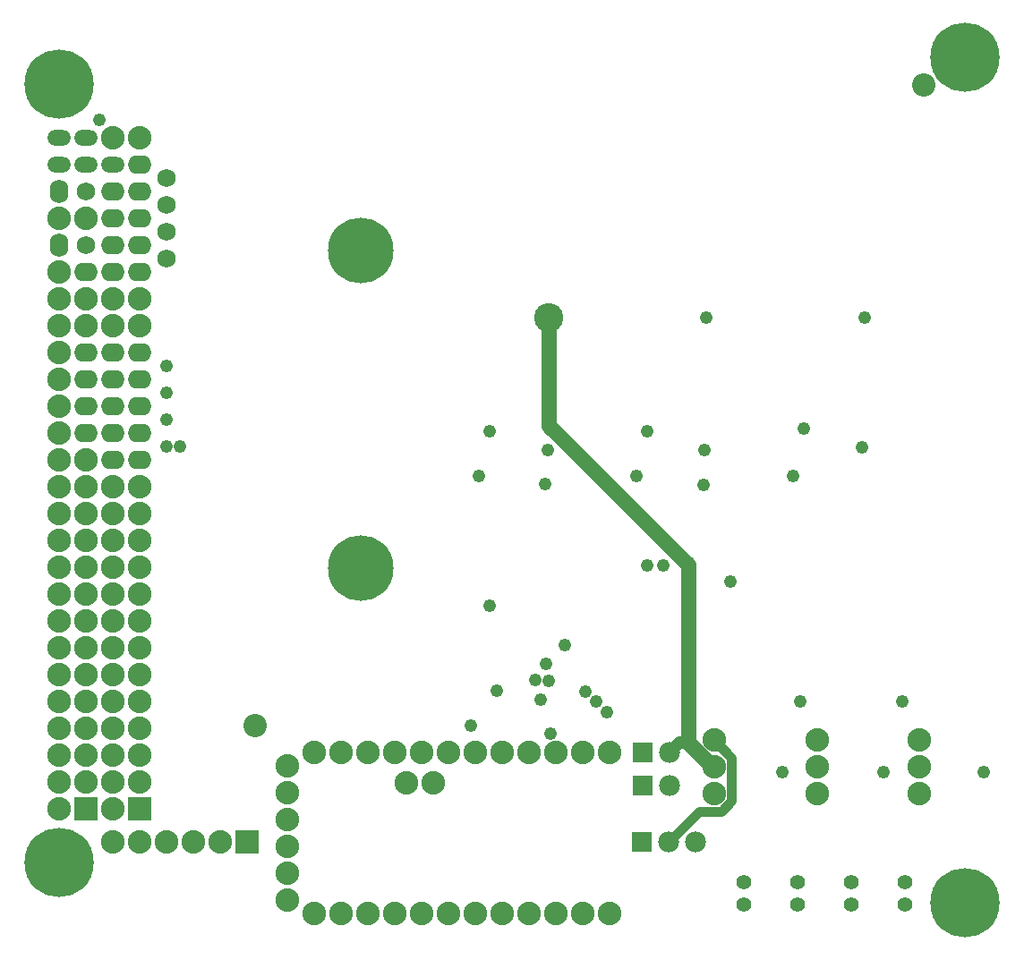
<source format=gbs>
G04 Layer_Color=16711935*
%FSLAX25Y25*%
%MOIN*%
G70*
G01*
G75*
%ADD45C,0.05800*%
%ADD46C,0.04800*%
%ADD47C,0.03800*%
%ADD48R,0.07800X0.07800*%
%ADD49C,0.07800*%
%ADD50O,0.08800X0.05800*%
%ADD51O,0.06800X0.08800*%
%ADD52C,0.06800*%
%ADD53C,0.08800*%
%ADD54O,0.08800X0.06800*%
%ADD55R,0.08800X0.08800*%
%ADD56C,0.24422*%
%ADD57C,0.05524*%
%ADD58R,0.08800X0.08800*%
%ADD59C,0.04800*%
%ADD60C,0.08674*%
%ADD61C,0.10800*%
%ADD62C,0.25800*%
D45*
X-123250Y79643D02*
Y145750D01*
Y79643D02*
X-114107Y70500D01*
X-113500D01*
X-175000Y197500D02*
X-123250Y145750D01*
X-175000Y197500D02*
Y238000D01*
D46*
X-126357Y79643D02*
X-123250D01*
X-130000Y76000D02*
X-126357Y79643D01*
D47*
X-130500Y42500D02*
X-119000Y54000D01*
X-110808D01*
X-107000Y57808D01*
Y74000D01*
X-113500Y80500D02*
X-107000Y74000D01*
D48*
X-140000Y76000D02*
D03*
Y63500D02*
D03*
X-140500Y42500D02*
D03*
D49*
X-130000Y76000D02*
D03*
Y63500D02*
D03*
X-130500Y42500D02*
D03*
X-120500Y42500D02*
D03*
D50*
X-347500Y305000D02*
D03*
X-357500D02*
D03*
Y295000D02*
D03*
X-347500D02*
D03*
X-337500D02*
D03*
D51*
X-357500Y285000D02*
D03*
Y265000D02*
D03*
D52*
X-347500Y285000D02*
D03*
Y265000D02*
D03*
X-317500Y280000D02*
D03*
Y270000D02*
D03*
Y290000D02*
D03*
Y260000D02*
D03*
D53*
X-357500Y275000D02*
D03*
X-347500D02*
D03*
X-357500Y255000D02*
D03*
Y245000D02*
D03*
X-347500D02*
D03*
X-357500Y235000D02*
D03*
X-347500D02*
D03*
X-357500Y225000D02*
D03*
Y215000D02*
D03*
Y205000D02*
D03*
Y195000D02*
D03*
Y185000D02*
D03*
X-347500D02*
D03*
X-357500Y175000D02*
D03*
X-347500D02*
D03*
X-357500Y165000D02*
D03*
X-347500D02*
D03*
X-357500Y155000D02*
D03*
X-347500D02*
D03*
X-357500Y145000D02*
D03*
X-347500D02*
D03*
X-357500Y135000D02*
D03*
X-347500D02*
D03*
X-357500Y125000D02*
D03*
X-347500D02*
D03*
X-357500Y115000D02*
D03*
X-347500D02*
D03*
X-357500Y105000D02*
D03*
X-347500D02*
D03*
X-357500Y95000D02*
D03*
X-347500D02*
D03*
X-357500Y85000D02*
D03*
X-347500D02*
D03*
X-357500Y75000D02*
D03*
X-347500D02*
D03*
X-357500Y65000D02*
D03*
X-347500D02*
D03*
X-357500Y55000D02*
D03*
X-327500Y305000D02*
D03*
X-337500D02*
D03*
Y245000D02*
D03*
X-327500D02*
D03*
X-337500Y235000D02*
D03*
X-327500D02*
D03*
X-337500Y175000D02*
D03*
X-327500D02*
D03*
X-337500Y165000D02*
D03*
X-327500D02*
D03*
X-337500Y155000D02*
D03*
X-327500D02*
D03*
X-337500Y145000D02*
D03*
X-327500D02*
D03*
X-337500Y135000D02*
D03*
X-327500D02*
D03*
X-337500Y125000D02*
D03*
X-327500D02*
D03*
X-337500Y115000D02*
D03*
X-327500D02*
D03*
X-337500Y105000D02*
D03*
X-327500D02*
D03*
X-337500Y95000D02*
D03*
X-327500D02*
D03*
X-337500Y85000D02*
D03*
X-327500D02*
D03*
X-337500Y75000D02*
D03*
X-327500D02*
D03*
X-337500Y65000D02*
D03*
X-327500D02*
D03*
X-337500Y55000D02*
D03*
Y42500D02*
D03*
X-327500D02*
D03*
X-317500D02*
D03*
X-307500D02*
D03*
X-297500D02*
D03*
X-113500Y60500D02*
D03*
Y70500D02*
D03*
Y80500D02*
D03*
X-75000Y60500D02*
D03*
Y70500D02*
D03*
Y80500D02*
D03*
X-37000Y60500D02*
D03*
Y70500D02*
D03*
Y80500D02*
D03*
X-272500Y71000D02*
D03*
Y61000D02*
D03*
Y51000D02*
D03*
Y41000D02*
D03*
Y31000D02*
D03*
Y21000D02*
D03*
X-218000Y64500D02*
D03*
X-228000D02*
D03*
X-152500Y76000D02*
D03*
X-162500D02*
D03*
X-172500D02*
D03*
X-182500D02*
D03*
X-192500D02*
D03*
X-202500D02*
D03*
X-212500D02*
D03*
X-222500D02*
D03*
X-232500D02*
D03*
X-242500D02*
D03*
X-252500D02*
D03*
X-262500D02*
D03*
X-152500Y16000D02*
D03*
X-162500D02*
D03*
X-172500D02*
D03*
X-182500D02*
D03*
X-192500D02*
D03*
X-202500D02*
D03*
X-212500D02*
D03*
X-222500D02*
D03*
X-232500D02*
D03*
X-242500D02*
D03*
X-252500D02*
D03*
X-262500D02*
D03*
D54*
X-347500Y255000D02*
D03*
Y225000D02*
D03*
Y215000D02*
D03*
Y205000D02*
D03*
Y195000D02*
D03*
X-327500Y295000D02*
D03*
X-337500Y285000D02*
D03*
X-327500D02*
D03*
X-337500Y275000D02*
D03*
X-327500D02*
D03*
X-337500Y265000D02*
D03*
X-327500D02*
D03*
X-337500Y255000D02*
D03*
X-327500D02*
D03*
X-337500Y225000D02*
D03*
X-327500D02*
D03*
X-337500Y215000D02*
D03*
X-327500D02*
D03*
X-337500Y205000D02*
D03*
X-327500D02*
D03*
X-337500Y195000D02*
D03*
X-327500D02*
D03*
X-337500Y185000D02*
D03*
X-327500D02*
D03*
D55*
X-347500Y55000D02*
D03*
X-327500D02*
D03*
D56*
X-245071Y262760D02*
D03*
Y144650D02*
D03*
D57*
X-102500Y19232D02*
D03*
Y27500D02*
D03*
X-82500Y19232D02*
D03*
Y27500D02*
D03*
X-62500Y19232D02*
D03*
Y27500D02*
D03*
X-42500Y19232D02*
D03*
Y27500D02*
D03*
D58*
X-287500Y42500D02*
D03*
D59*
X-117000Y188500D02*
D03*
X-58500Y189500D02*
D03*
X-342400Y311500D02*
D03*
X-317500Y200000D02*
D03*
X-312500Y190000D02*
D03*
X-317500D02*
D03*
Y210000D02*
D03*
Y220000D02*
D03*
X-57500Y238000D02*
D03*
X-116500D02*
D03*
X-43500Y95000D02*
D03*
X-81500D02*
D03*
X-132500Y145500D02*
D03*
X-138500D02*
D03*
X-197000Y130500D02*
D03*
X-88000Y68500D02*
D03*
X-50500D02*
D03*
X-13000D02*
D03*
X-201000Y179000D02*
D03*
X-175500Y188500D02*
D03*
X-142500Y179000D02*
D03*
X-84000D02*
D03*
X-180000Y103000D02*
D03*
X-204250Y86000D02*
D03*
X-174500Y83000D02*
D03*
X-157500Y95000D02*
D03*
X-161500Y98500D02*
D03*
X-153500Y91000D02*
D03*
X-194500Y99000D02*
D03*
X-175000Y102500D02*
D03*
X-178000Y95500D02*
D03*
X-197158Y195500D02*
D03*
X-138500D02*
D03*
X-80000Y196500D02*
D03*
X-176000Y109000D02*
D03*
X-169000Y116000D02*
D03*
X-107500Y139500D02*
D03*
X-117500Y175500D02*
D03*
X-176500Y175842D02*
D03*
X-349500Y30000D02*
D03*
Y40000D02*
D03*
X-365500Y30000D02*
D03*
Y40000D02*
D03*
X-357500Y25500D02*
D03*
Y44500D02*
D03*
X-349500Y320000D02*
D03*
Y330000D02*
D03*
X-365500Y320000D02*
D03*
Y330000D02*
D03*
X-357500Y315500D02*
D03*
Y334500D02*
D03*
X-12000Y330000D02*
D03*
Y340000D02*
D03*
X-28000Y330000D02*
D03*
Y340000D02*
D03*
X-20000Y325500D02*
D03*
Y344500D02*
D03*
X-12000Y15000D02*
D03*
Y25000D02*
D03*
X-28000Y15000D02*
D03*
Y25000D02*
D03*
X-20000Y10500D02*
D03*
Y29500D02*
D03*
D60*
X-35500Y324500D02*
D03*
X-284500Y86000D02*
D03*
D61*
X-175000Y238000D02*
D03*
D62*
X-357500Y325000D02*
D03*
X-20000Y20000D02*
D03*
X-357500Y35000D02*
D03*
X-20000Y335000D02*
D03*
M02*

</source>
